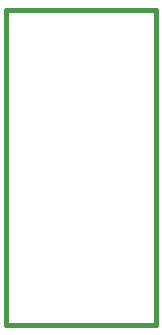
<source format=gko>
%FSLAX33Y33*%
%MOMM*%
%ADD10C,0.381*%
D10*
%LNpath-0*%
G01*
X0Y0D02*
X12700Y0D01*
X12700Y26670*
X0Y26670*
X0Y0*
%LNmechanical details_traces*%
M02*
</source>
